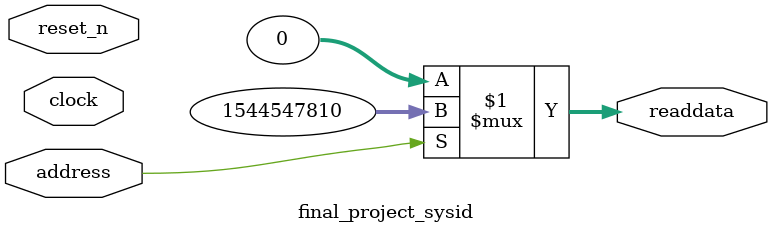
<source format=v>



// synthesis translate_off
`timescale 1ns / 1ps
// synthesis translate_on

// turn off superfluous verilog processor warnings 
// altera message_level Level1 
// altera message_off 10034 10035 10036 10037 10230 10240 10030 

module final_project_sysid (
               // inputs:
                address,
                clock,
                reset_n,

               // outputs:
                readdata
             )
;

  output  [ 31: 0] readdata;
  input            address;
  input            clock;
  input            reset_n;

  wire    [ 31: 0] readdata;
  //control_slave, which is an e_avalon_slave
  assign readdata = address ? 1544547810 : 0;

endmodule



</source>
